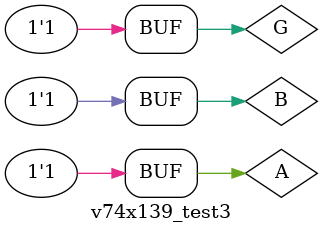
<source format=v>
`timescale 1ns / 1ps


module v74x139_test3;

	// Inputs
	reg G;
	reg A;
	reg B;

	// Outputs
	wire [3:0] Y;

	// Instantiate the Unit Under Test (UUT)
	v74x139h_c uut (
		.G(G), 
		.A(A), 
		.B(B), 
		.Y(Y)
	);

	initial begin
		// Initialize Inputs
		G = 0;
		A = 0;
		B = 0;

		// Wait 100 ns for global reset to finish
		#100;
        
		// Add stimulus here
		
		G = 0;
		A = 1;
		B = 0;
		
		#100 G = 0; A = 0; B = 1;
		#100 G = 0; A = 1; B = 1;
		
		#100 G = 1; A = 0; B = 0;
		#100 G = 1; A = 0; B = 1;
		#100 G = 1; A = 1; B = 0;
		#100 G = 1; A = 1; B = 1;
		
	end
      
endmodule


</source>
